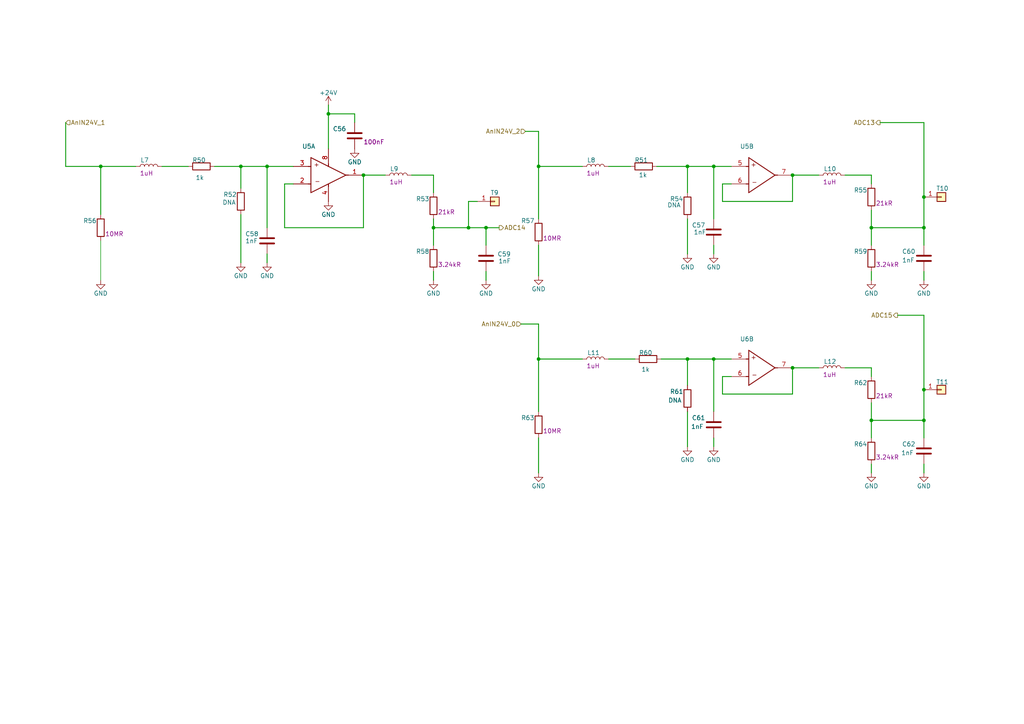
<source format=kicad_sch>
(kicad_sch (version 20231120) (generator "eeschema") (generator_version "8.0")
  (paper "A4")
  (title_block (title "Filters for 24V analog signal") (rev "1"))
  (lib_symbols
    (symbol "Connector_Generic:Conn_01x01" (pin_names (offset 1.016) hide)
      (property "Reference" "J" (at 0 2.54 0))
      (property "Value" "Conn_01x01" (at 0 -2.54 0))
      (symbol "Conn_01x01_1_1"
        (pin passive line (at -5.08 0 0) (length 3.81) (name "Pin_1") (number "1"))
      )
    )
    (symbol "Device:C" (pin_numbers hide) (pin_names (offset 0.254))
      (property "Reference" "C" (at 0.635 2.54 0))
      (property "Value" "C" (at 0.635 -2.54 0))
      (symbol "C_1_1"
        (pin passive line (at 0 3.81 270) (length 2.794) (name "~") (number "1"))
        (pin passive line (at 0 -3.81 90) (length 2.794) (name "~") (number "2"))
      )
    )
    (symbol "Device:L" (pin_numbers hide) (pin_names (offset 1.016) hide)
      (property "Reference" "L" (at -1.27 0 90))
      (property "Value" "L" (at 1.905 0 90))
      (symbol "L_1_1"
        (pin passive line (at 0 3.81 270) (length 1.27) (name "1") (number "1"))
        (pin passive line (at 0 -3.81 90) (length 1.27) (name "2") (number "2"))
      )
    )
    (symbol "Device:R" (pin_numbers hide) (pin_names (offset 0))
      (property "Reference" "R" (at 2.032 0 90))
      (property "Value" "R" (at 0 0 90))
      (symbol "R_1_1"
        (pin passive line (at 0 3.81 270) (length 1.27) (name "~") (number "1"))
        (pin passive line (at 0 -3.81 90) (length 1.27) (name "~") (number "2"))
      )
    )
    (symbol "Untitled-altium-import:root_0_d5b36c1049528187b1d2197d5d58d7e"
      (symbol "root_0_d5b36c1049528187b1d2197d5d58d7e_1_0"
        (text "" (at 5.588 0.762 0) (effects (font (size 1.27 1.27)) (justify left top)))
        (text "+" (at 5.842 1.27 0) (effects (font (size 1.27 1.27)) (justify left top)))
        (text "-" (at 6.096 -3.556 0) (effects (font (size 1.27 1.27)) (justify left top)))
        (pin passive line (at 20.32 -2.54 180) (length 5.08) (name "OUT1") (number "1"))
        (pin tri_state line (at 0 -5.08 0) (length 5.08) (name "IN1-") (number "2"))
        (pin open_collector line (at 0 0 0) (length 5.08) (name "IN1+") (number "3"))
        (pin power_in line (at 10.16 -10.16 90) (length 5.08) (name "V-") (number "4"))
        (pin power_in line (at 10.16 5.08 270) (length 5.08) (name "V+") (number "8"))
      )
      (symbol "root_0_d5b36c1049528187b1d2197d5d58d7e_2_0"
        (text "" (at 5.588 0.762 0) (effects (font (size 1.27 1.27)) (justify left top)))
        (text "+" (at 5.588 1.27 0) (effects (font (size 1.27 1.27)) (justify left top)))
        (text "-" (at 5.842 -3.81 0) (effects (font (size 1.27 1.27)) (justify left top)))
        (pin tri_state line (at 0 0 0) (length 5.08) (name "IN2+") (number "5"))
        (pin tri_state line (at 0 -5.08 0) (length 5.08) (name "IN2-") (number "6"))
        (pin passive line (at 17.78 -2.54 180) (length 5.08) (name "OUT2") (number "7"))
      )
    )
    (symbol "power:+24V" (power) (pin_numbers hide) (pin_names (offset 0) hide)
      (property "Value" "+24V" (at 0 3.556 0))
      (symbol "+24V_1_1"
        (pin power_in line (at 0 0 90) (length 0) (name "~") (number "1"))
      )
    )
    (symbol "power:GND" (power) (pin_numbers hide) (pin_names (offset 0) hide)
      (property "Value" "GND" (at 0 -3.81 0))
      (symbol "GND_1_1"
        (pin power_in line (at 0 0 270) (length 0) (name "~") (number "1"))
      )
    )
  )
  (junction (at 207.01 48.26))
  (junction (at 267.97 121.92))
  (junction (at 267.97 113.03))
  (junction (at 229.87 50.8))
  (junction (at 207.01 104.14))
  (junction (at 252.73 121.92))
  (junction (at 105.41 50.8))
  (junction (at 199.39 48.26))
  (junction (at 229.87 106.68))
  (junction (at 69.85 48.26))
  (junction (at 199.39 104.14))
  (junction (at 95.25 33.02))
  (junction (at 135.89 66.04))
  (junction (at 140.97 66.04))
  (junction (at 156.21 48.26))
  (junction (at 125.73 66.04))
  (junction (at 77.47 48.26))
  (junction (at 156.21 104.14))
  (junction (at 29.21 48.26))
  (junction (at 267.97 57.15))
  (junction (at 252.73 66.04))
  (junction (at 267.97 66.04))
  (wire (pts (xy 77.47 48.26) (xy 85.09 48.26)) (stroke (width 0.254)))
  (wire (pts (xy 144.78 66.04) (xy 140.97 66.04)) (stroke (width 0.254)))
  (wire (pts (xy 140.97 81.28) (xy 140.97 78.74)) (stroke (width 0.254)))
  (wire (pts (xy 125.73 81.28) (xy 125.73 78.74)) (stroke (width 0.254)))
  (wire (pts (xy 229.87 106.68) (xy 229.87 114.3)) (stroke (width 0.254)))
  (wire (pts (xy 95.25 33.02) (xy 95.25 43.18)) (stroke (width 0.254)))
  (wire (pts (xy 199.39 111.76) (xy 199.39 104.14)) (stroke (width 0.254)))
  (wire (pts (xy 135.89 66.04) (xy 140.97 66.04)) (stroke (width 0.254)))
  (wire (pts (xy 138.43 58.42) (xy 135.89 58.42)) (stroke (width 0.254)))
  (wire (pts (xy 245.11 106.68) (xy 252.73 106.68)) (stroke (width 0.254)))
  (wire (pts (xy 267.97 57.15) (xy 267.97 66.04)) (stroke (width 0.254)))
  (wire (pts (xy 237.49 106.68) (xy 229.87 106.68)) (stroke (width 0.254)))
  (wire (pts (xy 267.97 121.92) (xy 267.97 127)) (stroke (width 0.254)))
  (wire (pts (xy 252.73 50.8) (xy 252.73 53.34)) (stroke (width 0.254)))
  (wire (pts (xy 207.01 127) (xy 207.01 129.54)) (stroke (width 0.254)))
  (wire (pts (xy 156.21 104.14) (xy 156.21 119.38)) (stroke (width 0.254)))
  (wire (pts (xy 252.73 116.84) (xy 252.73 121.92)) (stroke (width 0.254)))
  (wire (pts (xy 140.97 66.04) (xy 140.97 71.12)) (stroke (width 0.254)))
  (wire (pts (xy 207.01 119.38) (xy 207.01 104.14)) (stroke (width 0.254)))
  (wire (pts (xy 260.35 91.44) (xy 267.97 91.44)) (stroke (width 0.254)))
  (wire (pts (xy 85.09 53.34) (xy 82.55 53.34)) (stroke (width 0.254)))
  (wire (pts (xy 229.87 58.42) (xy 209.55 58.42)) (stroke (width 0.254)))
  (wire (pts (xy 19.05 48.26) (xy 19.05 35.56)) (stroke (width 0.254)))
  (wire (pts (xy 156.21 80.01) (xy 156.21 71.12)) (stroke (width 0.254)))
  (wire (pts (xy 199.39 48.26) (xy 190.5 48.26)) (stroke (width 0.254)))
  (wire (pts (xy 199.39 63.5) (xy 199.39 73.66)) (stroke (width 0.254)))
  (wire (pts (xy 182.88 48.26) (xy 176.53 48.26)) (stroke (width 0.254)))
  (wire (pts (xy 69.85 48.26) (xy 77.47 48.26)) (stroke (width 0.254)))
  (wire (pts (xy 29.21 69.85) (xy 29.21 81.28)))
  (wire (pts (xy 252.73 106.68) (xy 252.73 109.22)) (stroke (width 0.254)))
  (wire (pts (xy 77.47 73.66) (xy 77.47 76.2)) (stroke (width 0.254)))
  (wire (pts (xy 199.39 55.88) (xy 199.39 48.26)) (stroke (width 0.254)))
  (wire (pts (xy 151.13 93.98) (xy 156.21 93.98)) (stroke (width 0.254)))
  (wire (pts (xy 209.55 53.34) (xy 212.09 53.34)) (stroke (width 0.254)))
  (wire (pts (xy 229.87 114.3) (xy 209.55 114.3)) (stroke (width 0.254)))
  (wire (pts (xy 156.21 93.98) (xy 156.21 104.14)) (stroke (width 0.254)))
  (wire (pts (xy 199.39 119.38) (xy 199.39 129.54)) (stroke (width 0.254)))
  (wire (pts (xy 252.73 81.28) (xy 252.73 78.74)) (stroke (width 0.254)))
  (wire (pts (xy 125.73 66.04) (xy 125.73 71.12)) (stroke (width 0.254)))
  (wire (pts (xy 77.47 66.04) (xy 77.47 48.26)) (stroke (width 0.254)))
  (wire (pts (xy 267.97 81.28) (xy 267.97 78.74)) (stroke (width 0.254)))
  (wire (pts (xy 119.38 50.8) (xy 125.73 50.8)) (stroke (width 0.254)))
  (wire (pts (xy 207.01 71.12) (xy 207.01 73.66)) (stroke (width 0.254)))
  (wire (pts (xy 267.97 137.16) (xy 267.97 134.62)) (stroke (width 0.254)))
  (wire (pts (xy 267.97 113.03) (xy 267.97 121.92)) (stroke (width 0.254)))
  (wire (pts (xy 125.73 63.5) (xy 125.73 66.04)) (stroke (width 0.254)))
  (wire (pts (xy 252.73 137.16) (xy 252.73 134.62)) (stroke (width 0.254)))
  (wire (pts (xy 156.21 48.26) (xy 156.21 63.5)) (stroke (width 0.254)))
  (wire (pts (xy 245.11 50.8) (xy 252.73 50.8)) (stroke (width 0.254)))
  (wire (pts (xy 207.01 63.5) (xy 207.01 48.26)) (stroke (width 0.254)))
  (wire (pts (xy 255.27 35.56) (xy 267.97 35.56)) (stroke (width 0.254)))
  (wire (pts (xy 184.15 104.14) (xy 176.53 104.14)) (stroke (width 0.254)))
  (wire (pts (xy 252.73 121.92) (xy 267.97 121.92)) (stroke (width 0.254)))
  (wire (pts (xy 105.41 66.04) (xy 105.41 50.8)) (stroke (width 0.254)))
  (wire (pts (xy 199.39 104.14) (xy 207.01 104.14)) (stroke (width 0.254)))
  (wire (pts (xy 209.55 114.3) (xy 209.55 109.22)) (stroke (width 0.254)))
  (wire (pts (xy 29.21 48.26) (xy 29.21 62.23)) (stroke (width 0.254)))
  (wire (pts (xy 82.55 66.04) (xy 105.41 66.04)) (stroke (width 0.254)))
  (wire (pts (xy 39.37 48.26) (xy 29.21 48.26)) (stroke (width 0.254)))
  (wire (pts (xy 29.21 48.26) (xy 19.05 48.26)) (stroke (width 0.254)))
  (wire (pts (xy 69.85 62.23) (xy 69.85 76.2)) (stroke (width 0.254)))
  (wire (pts (xy 156.21 38.1) (xy 156.21 48.26)) (stroke (width 0.254)))
  (wire (pts (xy 168.91 48.26) (xy 156.21 48.26)) (stroke (width 0.254)))
  (wire (pts (xy 54.61 48.26) (xy 46.99 48.26)) (stroke (width 0.254)))
  (wire (pts (xy 207.01 48.26) (xy 212.09 48.26)) (stroke (width 0.254)))
  (wire (pts (xy 252.73 60.96) (xy 252.73 66.04)) (stroke (width 0.254)))
  (wire (pts (xy 237.49 50.8) (xy 229.87 50.8)) (stroke (width 0.254)))
  (wire (pts (xy 125.73 66.04) (xy 135.89 66.04)) (stroke (width 0.254)))
  (wire (pts (xy 69.85 54.61) (xy 69.85 48.26)) (stroke (width 0.254)))
  (wire (pts (xy 69.85 48.26) (xy 62.23 48.26)) (stroke (width 0.254)))
  (wire (pts (xy 229.87 50.8) (xy 229.87 58.42)) (stroke (width 0.254)))
  (wire (pts (xy 209.55 109.22) (xy 212.09 109.22)) (stroke (width 0.254)))
  (wire (pts (xy 209.55 58.42) (xy 209.55 53.34)) (stroke (width 0.254)))
  (wire (pts (xy 135.89 58.42) (xy 135.89 66.04)) (stroke (width 0.254)))
  (wire (pts (xy 252.73 66.04) (xy 267.97 66.04)) (stroke (width 0.254)))
  (wire (pts (xy 199.39 104.14) (xy 191.77 104.14)) (stroke (width 0.254)))
  (wire (pts (xy 267.97 66.04) (xy 267.97 71.12)) (stroke (width 0.254)))
  (wire (pts (xy 168.91 104.14) (xy 156.21 104.14)) (stroke (width 0.254)))
  (wire (pts (xy 102.87 33.02) (xy 95.25 33.02)) (stroke (width 0.254)))
  (wire (pts (xy 111.76 50.8) (xy 105.41 50.8)) (stroke (width 0.254)))
  (wire (pts (xy 199.39 48.26) (xy 207.01 48.26)) (stroke (width 0.254)))
  (wire (pts (xy 207.01 104.14) (xy 212.09 104.14)) (stroke (width 0.254)))
  (wire (pts (xy 102.87 35.56) (xy 102.87 33.02)) (stroke (width 0.254)))
  (wire (pts (xy 156.21 137.16) (xy 156.21 127)) (stroke (width 0.254)))
  (wire (pts (xy 252.73 121.92) (xy 252.73 127)) (stroke (width 0.254)))
  (wire (pts (xy 82.55 53.34) (xy 82.55 66.04)) (stroke (width 0.254)))
  (wire (pts (xy 267.97 91.44) (xy 267.97 113.03)) (stroke (width 0.254)))
  (wire (pts (xy 252.73 66.04) (xy 252.73 71.12)) (stroke (width 0.254)))
  (wire (pts (xy 152.4 38.1) (xy 156.21 38.1)) (stroke (width 0.254)))
  (wire (pts (xy 267.97 35.56) (xy 267.97 57.15)) (stroke (width 0.254)))
  (wire (pts (xy 125.73 50.8) (xy 125.73 55.88)) (stroke (width 0.254)))
  (wire (pts (xy 95.25 30.48) (xy 95.25 33.02)) (stroke (width 0.254)))
  (hierarchical_label "ADC14" (shape output) (at 144.78 66.04 0))
  (hierarchical_label "AnIN24V_0" (shape input) (at 151.13 93.98 180))
  (hierarchical_label "AnIN24V_2" (shape input) (at 152.4 38.1 180))
  (hierarchical_label "AnIN24V_1" (shape input) (at 19.05 35.56 0))
  (hierarchical_label "ADC13" (shape output) (at 255.27 35.56 180))
  (hierarchical_label "ADC15" (shape output) (at 260.35 91.44 180))
  (symbol (lib_id "power:GND") (at 207.01 129.54 0) (unit 1)
    (property "Reference" "#PWR?" (effects (hide yes)))
    (property "Value" "GND" (at 207.01 133.35 0))
    (property "Description" "Power symbol creates a global label with name \"GND\" , ground" (effects (hide yes)))
  )
  (symbol (lib_id "power:GND") (at 102.87 43.18 0) (unit 1)
    (property "Reference" "#PWR?" (effects (hide yes)))
    (property "Value" "GND" (at 102.87 46.99 0))
    (property "Description" "Power symbol creates a global label with name \"GND\" , ground" (effects (hide yes)))
  )
  (symbol (lib_id "Untitled-altium-import:root_0_d5b36c1049528187b1d2197d5d58d7e") (at 212.09 48.26 0) (unit 2)
    (property "Reference" "U5" (at 214.63 43.18 0) (effects (justify left bottom)))
    (property "Value" "LM358BAIDR" (effects (hide yes)))
    (property "Footprint" "Vault:FP-D0008A-IPC_A" (effects (hide yes)))
  )
  (symbol (lib_id "Device:R") (at 156.21 67.31 0) (unit 1)
    (property "Reference" "R57" (at 151.13 64.77 0) (effects (justify left bottom)))
    (property "Value" "CRCW080510M0FKEA" (effects (hide yes)))
    (property "Footprint" "Resistor_SMD:R_0805_2012Metric_Pad1.20x1.40mm_HandSolder" (effects (hide yes)))
    (property "CONTACT PLATING" "Tin" (effects (hide yes)))
    (property "POWER RATING" "125mW" (effects (hide yes)))
    (property "COMPOSITION" "Thick Film" (effects (hide yes)))
    (property "VOLTAGE RATING (DC)" "150V" (effects (hide yes)))
    (property "TOLERANCE" "5%" (effects (hide yes)))
    (property "LENGTH" "2mm" (effects (hide yes)))
    (property "WEIGHT" "0.000194oz" (effects (hide yes)))
    (property "CASE CODE (METRIC)" "2012" (effects (hide yes)))
    (property "VOLTAGE RATING" "150V" (effects (hide yes)))
    (property "PACKAGE QUANTITY" "10" (effects (hide yes)))
    (property "HEIGHT" "0.02inch" (effects (hide yes)))
    (property "CASE CODE (IMPERIAL)" "0805" (effects (hide yes)))
    (property "RESISTANCE" "10MR" (at 157.48 69.85 0) (effects (justify left bottom)))
    (property "LEAD FREE" "Lead Free" (effects (hide yes)))
    (property "DEPTH" "1.25mm" (effects (hide yes)))
    (property "MIN OPERATING TEMPERATURE" "-55°C" (effects (hide yes)))
    (property "MAX POWER DISSIPATION" "125mW" (effects (hide yes)))
    (property "TEMPERATURE COEFFICIENT" "100ppm/°C" (effects (hide yes)))
    (property "MOUNT" "Surface Mount" (effects (hide yes)))
    (property "FEATURES" "Automotive AEC-Q200" (effects (hide yes)))
    (property "TERMINATION" "SMD/SMT" (effects (hide yes)))
    (property "MAX OPERATING TEMPERATURE" "155°C" (effects (hide yes)))
    (property "RADIATION HARDENING" "No" (effects (hide yes)))
    (property "CASE/PACKAGE" "0805" (effects (hide yes)))
    (property "WIDTH" "0.049inch" (effects (hide yes)))
    (property "MILITARY STANDARD" "Not" (effects (hide yes)))
    (property "NUMBER OF TERMINATIONS" "2" (effects (hide yes)))
    (property "PACKAGING" "Tape and Reel" (effects (hide yes)))
  )
  (symbol (lib_id "Device:R") (at 125.73 74.93 0) (unit 1)
    (property "Reference" "R58" (at 120.65 73.66 0) (effects (justify left bottom)))
    (property "Value" "ERJ-6ENF3241V" (effects (hide yes)))
    (property "Footprint" "Resistor_SMD:R_0805_2012Metric_Pad1.20x1.40mm_HandSolder" (effects (hide yes)))
    (property "MANUFACTURER" "Panasonic" (effects (hide yes)))
    (property "PART NUMBER" "ERJ-6ENF3241V" (effects (hide yes)))
    (property "ALTIUM_VALUE" "3.24kR" (at 127 77.47 0) (effects (justify left bottom)))
  )
  (symbol (lib_id "power:GND") (at 125.73 81.28 0) (unit 1)
    (property "Reference" "#PWR?" (effects (hide yes)))
    (property "Value" "GND" (at 125.73 85.09 0))
    (property "Description" "Power symbol creates a global label with name \"GND\" , ground" (effects (hide yes)))
  )
  (symbol (lib_id "Device:R") (at 252.73 113.03 0) (unit 1)
    (property "Reference" "R62" (at 247.65 111.76 0) (effects (justify left bottom)))
    (property "Value" "ERJ-6ENF2102V" (effects (hide yes)))
    (property "Footprint" "Resistor_SMD:R_0805_2012Metric_Pad1.20x1.40mm_HandSolder" (effects (hide yes)))
    (property "PART NUMBER" "ERJ-6ENF2102V" (effects (hide yes)))
    (property "MANUFACTURER" "Panasonic" (effects (hide yes)))
    (property "ALTIUM_VALUE" "21kR" (at 254 115.57 0) (effects (justify left bottom)))
  )
  (symbol (lib_id "power:GND") (at 95.25 58.42 0) (unit 1)
    (property "Reference" "#PWR?" (effects (hide yes)))
    (property "Value" "GND" (at 95.25 62.23 0))
    (property "Description" "Power symbol creates a global label with name \"GND\" , ground" (effects (hide yes)))
  )
  (symbol (lib_id "power:GND") (at 252.73 137.16 0) (unit 1)
    (property "Reference" "#PWR?" (effects (hide yes)))
    (property "Value" "GND" (at 252.73 140.97 0))
    (property "Description" "Power symbol creates a global label with name \"GND\" , ground" (effects (hide yes)))
  )
  (symbol (lib_id "Device:R") (at 125.73 59.69 0) (unit 1)
    (property "Reference" "R53" (at 120.65 58.42 0) (effects (justify left bottom)))
    (property "Value" "ERJ-6ENF2102V" (effects (hide yes)))
    (property "Footprint" "Resistor_SMD:R_0805_2012Metric_Pad1.20x1.40mm_HandSolder" (effects (hide yes)))
    (property "PART NUMBER" "ERJ-6ENF2102V" (effects (hide yes)))
    (property "MANUFACTURER" "Panasonic" (effects (hide yes)))
    (property "ALTIUM_VALUE" "21kR" (at 127 62.23 0) (effects (justify left bottom)))
  )
  (symbol (lib_id "power:GND") (at 156.21 80.01 0) (unit 1)
    (property "Reference" "#PWR?" (effects (hide yes)))
    (property "Value" "GND" (at 156.21 83.82 0))
    (property "Description" "Power symbol creates a global label with name \"GND\" , ground" (effects (hide yes)))
  )
  (symbol (lib_id "Connector_Generic:Conn_01x01") (at 273.05 57.15 0) (unit 1) (in_bom no)
    (property "Reference" "T10" (at 271.526 55.372 0) (effects (justify left bottom)))
    (property "Value" "Conn_01x01" (effects (hide yes)))
    (property "Footprint" "TestPoint:TestPoint_THTPad_D1.5mm_Drill0.7mm" (effects (hide yes)))
    (property "Description" "Generic connector, single row, 01x01, script generated (kicad-library-utils/schlib/autogen/connector/)" (effects (hide yes)))
  )
  (symbol (lib_id "Device:R") (at 199.39 59.69 0) (unit 1)
    (property "Reference" "R54" (at 194.31 58.42 0) (effects (justify left bottom)))
    (property "Value" "DNA" (at 193.548 60.198 0) (effects (justify left bottom)))
    (property "Footprint" "Resistor_SMD:R_0805_2012Metric_Pad1.20x1.40mm_HandSolder" (effects (hide yes)))
    (property "Description" "CRCW0805680RFKEA" (effects (hide yes)))
    (property "MANUFACTURER" "Vishay Dale" (effects (hide yes)))
    (property "PART NUMBER" "CRCW0805680RFKEA" (effects (hide yes)))
    (property "ALTIUM_VALUE" "680R" (effects (hide yes)))
  )
  (symbol (lib_id "Device:L") (at 241.3 106.68 90) (unit 1)
    (property "Reference" "L12" (at 242.57 104.14 90) (effects (justify left bottom)))
    (property "Value" "LQM21PN1R0NGCD" (effects (hide yes)))
    (property "Footprint" "Vault:FP-LQM21PH_G0-IPC_C" (effects (hide yes)))
    (property "INDUCTANCE" "1uH" (at 242.57 107.95 90) (effects (justify left bottom)))
    (property "CASE/PACKAGE" "0805" (effects (hide yes)))
    (property "MILITARY STANDARD" "Not" (effects (hide yes)))
    (property "WIDTH" "0.049inch" (effects (hide yes)))
    (property "TERMINATION" "SMD/SMT" (effects (hide yes)))
    (property "ROHS COMPLIANT" "Yes" (effects (hide yes)))
    (property "TOLERANCE" "30%" (effects (hide yes)))
    (property "MAX OPERATING TEMPERATURE" "125°C" (effects (hide yes)))
    (property "TEST FREQUENCY" "1MHz" (effects (hide yes)))
    (property "HEIGHT - SEATED (MAX)" "0.039inch" (effects (hide yes)))
    (property "SERIES" "LQM21P_GC" (effects (hide yes)))
    (property "PACKAGING" "Tape and Reel" (effects (hide yes)))
    (property "CASE CODE (METRIC)" "2012" (effects (hide yes)))
    (property "LEAD FREE" "Lead Free" (effects (hide yes)))
    (property "LENGTH" "0.079inch" (effects (hide yes)))
    (property "CASE CODE (IMPERIAL)" "0805" (effects (hide yes)))
    (property "PACKAGE QUANTITY" "4000" (effects (hide yes)))
    (property "DC CURRENT" "900mA" (effects (hide yes)))
    (property "DEPTH" "1.4mm" (effects (hide yes)))
    (property "MAX DC CURRENT" "900mA" (effects (hide yes)))
    (property "CORE MATERIAL" "Ferrite" (effects (hide yes)))
    (property "SHIELDING" "Shielded" (effects (hide yes)))
    (property "MIN OPERATING TEMPERATURE" "-55°C" (effects (hide yes)))
    (property "DC RESISTANCE (DCR)" "125mR" (effects (hide yes)))
    (property "SELF RESONANT FREQUENCY" "50MHz" (effects (hide yes)))
    (property "HEIGHT" "0.9mm" (effects (hide yes)))
    (property "MOUNT" "Surface Mount" (effects (hide yes)))
    (property "CURRENT RATING" "900mA" (effects (hide yes)))
  )
  (symbol (lib_id "Device:L") (at 241.3 50.8 90) (unit 1)
    (property "Reference" "L10" (at 242.57 48.26 90) (effects (justify left bottom)))
    (property "Value" "LQM21PN1R0NGCD" (effects (hide yes)))
    (property "Footprint" "Vault:FP-LQM21PH_G0-IPC_C" (effects (hide yes)))
    (property "INDUCTANCE" "1uH" (at 242.57 52.07 90) (effects (justify left bottom)))
    (property "CASE/PACKAGE" "0805" (effects (hide yes)))
    (property "MILITARY STANDARD" "Not" (effects (hide yes)))
    (property "WIDTH" "0.049inch" (effects (hide yes)))
    (property "TERMINATION" "SMD/SMT" (effects (hide yes)))
    (property "ROHS COMPLIANT" "Yes" (effects (hide yes)))
    (property "TOLERANCE" "30%" (effects (hide yes)))
    (property "MAX OPERATING TEMPERATURE" "125°C" (effects (hide yes)))
    (property "TEST FREQUENCY" "1MHz" (effects (hide yes)))
    (property "HEIGHT - SEATED (MAX)" "0.039inch" (effects (hide yes)))
    (property "SERIES" "LQM21P_GC" (effects (hide yes)))
    (property "PACKAGING" "Tape and Reel" (effects (hide yes)))
    (property "CASE CODE (METRIC)" "2012" (effects (hide yes)))
    (property "LEAD FREE" "Lead Free" (effects (hide yes)))
    (property "LENGTH" "0.079inch" (effects (hide yes)))
    (property "CASE CODE (IMPERIAL)" "0805" (effects (hide yes)))
    (property "PACKAGE QUANTITY" "4000" (effects (hide yes)))
    (property "DC CURRENT" "900mA" (effects (hide yes)))
    (property "DEPTH" "1.4mm" (effects (hide yes)))
    (property "MAX DC CURRENT" "900mA" (effects (hide yes)))
    (property "CORE MATERIAL" "Ferrite" (effects (hide yes)))
    (property "SHIELDING" "Shielded" (effects (hide yes)))
    (property "MIN OPERATING TEMPERATURE" "-55°C" (effects (hide yes)))
    (property "DC RESISTANCE (DCR)" "125mR" (effects (hide yes)))
    (property "SELF RESONANT FREQUENCY" "50MHz" (effects (hide yes)))
    (property "HEIGHT" "0.9mm" (effects (hide yes)))
    (property "MOUNT" "Surface Mount" (effects (hide yes)))
    (property "CURRENT RATING" "900mA" (effects (hide yes)))
  )
  (symbol (lib_id "Device:C") (at 102.87 39.37 0) (unit 1)
    (property "Reference" "C56" (at 96.52 38.1 0) (effects (justify left bottom)))
    (property "Value" "08055C104KAT4A" (effects (hide yes)))
    (property "Footprint" "Capacitor_SMD:C_0805_2012Metric_Pad1.18x1.45mm_HandSolder" (effects (hide yes)))
    (property "HEIGHT" "0.94mm" (effects (hide yes)))
    (property "ALTIUM_VALUE" "100nF" (at 105.41 41.91 0) (effects (justify left bottom)))
    (property "CAPACITOR TYPE" "Ceramic" (effects (hide yes)))
    (property "CASE/PACKAGE" "0805" (effects (hide yes)))
    (property "DIELECTRIC MATERIAL" "Ceramic" (effects (hide yes)))
    (property "JESD-609 CODE" "e3" (effects (hide yes)))
    (property "LENGTH" "2.01mm" (effects (hide yes)))
    (property "MAX OPERATING TEMPERATURE" "125°C" (effects (hide yes)))
    (property "MIN OPERATING TEMPERATURE" "-55°C" (effects (hide yes)))
    (property "MOUNTING TECHNOLOGY" "Surface Mount" (effects (hide yes)))
    (property "MULTILAYER" "Yes" (effects (hide yes)))
    (property "PACKAGE SHAPE" "Rectangular" (effects (hide yes)))
    (property "PACKAGE STYLE" "SMTMeter" (effects (hide yes)))
    (property "PACKAGING" "Tape and Reel" (effects (hide yes)))
    (property "PINS" "2" (effects (hide yes)))
    (property "RATED DC VOLTAGE (URDC)" "50V" (effects (hide yes)))
    (property "REACH SVHC COMPLIANT" "Yes" (effects (hide yes)))
    (property "ROHS COMPLIANT" "Yes" (effects (hide yes)))
    (property "TEMPERATURE CHARACTERISTICS CODE" "X7R" (effects (hide yes)))
    (property "TERMINAL FINISH" "Nickel" (effects (hide yes)))
    (property "TERMINATION" "Wraparound" (effects (hide yes)))
    (property "TOLERANCE  (FILL IN AS +-)" "10%" (effects (hide yes)))
    (property "TOLERANCE (FILL IN AS +-)" "10%" (effects (hide yes)))
    (property "WIDTH" "1.25mm" (effects (hide yes)))
  )
  (symbol (lib_id "Untitled-altium-import:root_0_d5b36c1049528187b1d2197d5d58d7e") (at 85.09 48.26 0) (unit 1)
    (property "Reference" "U5" (at 87.63 43.18 0) (effects (justify left bottom)))
    (property "Value" "LM358BAIDR" (effects (hide yes)))
    (property "Footprint" "Vault:FP-D0008A-IPC_A" (effects (hide yes)))
  )
  (symbol (lib_id "power:GND") (at 267.97 137.16 0) (unit 1)
    (property "Reference" "#PWR?" (effects (hide yes)))
    (property "Value" "GND" (at 267.97 140.97 0))
    (property "Description" "Power symbol creates a global label with name \"GND\" , ground" (effects (hide yes)))
  )
  (symbol (lib_id "Device:R") (at 252.73 74.93 0) (unit 1)
    (property "Reference" "R59" (at 247.65 73.66 0) (effects (justify left bottom)))
    (property "Value" "ERJ-6ENF3241V" (effects (hide yes)))
    (property "Footprint" "Resistor_SMD:R_0805_2012Metric_Pad1.20x1.40mm_HandSolder" (effects (hide yes)))
    (property "MANUFACTURER" "Panasonic" (effects (hide yes)))
    (property "PART NUMBER" "ERJ-6ENF3241V" (effects (hide yes)))
    (property "ALTIUM_VALUE" "3.24kR" (at 254 77.47 0) (effects (justify left bottom)))
  )
  (symbol (lib_id "Device:L") (at 43.18 48.26 90) (unit 1)
    (property "Reference" "L7" (at 43.18 45.72 90) (effects (justify left bottom)))
    (property "Value" "LQM21PN1R0NGCD" (effects (hide yes)))
    (property "Footprint" "Vault:FP-LQM21PH_G0-IPC_C" (effects (hide yes)))
    (property "INDUCTANCE" "1uH" (at 44.45 49.53 90) (effects (justify left bottom)))
    (property "CASE/PACKAGE" "0805" (effects (hide yes)))
    (property "MILITARY STANDARD" "Not" (effects (hide yes)))
    (property "WIDTH" "0.049inch" (effects (hide yes)))
    (property "TERMINATION" "SMD/SMT" (effects (hide yes)))
    (property "ROHS COMPLIANT" "Yes" (effects (hide yes)))
    (property "TOLERANCE" "30%" (effects (hide yes)))
    (property "MAX OPERATING TEMPERATURE" "125°C" (effects (hide yes)))
    (property "TEST FREQUENCY" "1MHz" (effects (hide yes)))
    (property "HEIGHT - SEATED (MAX)" "0.039inch" (effects (hide yes)))
    (property "SERIES" "LQM21P_GC" (effects (hide yes)))
    (property "PACKAGING" "Tape and Reel" (effects (hide yes)))
    (property "CASE CODE (METRIC)" "2012" (effects (hide yes)))
    (property "LEAD FREE" "Lead Free" (effects (hide yes)))
    (property "LENGTH" "0.079inch" (effects (hide yes)))
    (property "CASE CODE (IMPERIAL)" "0805" (effects (hide yes)))
    (property "PACKAGE QUANTITY" "4000" (effects (hide yes)))
    (property "DC CURRENT" "900mA" (effects (hide yes)))
    (property "DEPTH" "1.4mm" (effects (hide yes)))
    (property "MAX DC CURRENT" "900mA" (effects (hide yes)))
    (property "CORE MATERIAL" "Ferrite" (effects (hide yes)))
    (property "SHIELDING" "Shielded" (effects (hide yes)))
    (property "MIN OPERATING TEMPERATURE" "-55°C" (effects (hide yes)))
    (property "DC RESISTANCE (DCR)" "125mR" (effects (hide yes)))
    (property "SELF RESONANT FREQUENCY" "50MHz" (effects (hide yes)))
    (property "HEIGHT" "0.9mm" (effects (hide yes)))
    (property "MOUNT" "Surface Mount" (effects (hide yes)))
    (property "CURRENT RATING" "900mA" (effects (hide yes)))
  )
  (symbol (lib_id "power:GND") (at 252.73 81.28 0) (unit 1)
    (property "Reference" "#PWR?" (effects (hide yes)))
    (property "Value" "GND" (at 252.73 85.09 0))
    (property "Description" "Power symbol creates a global label with name \"GND\" , ground" (effects (hide yes)))
  )
  (symbol (lib_id "Device:R") (at 69.85 58.42 0) (unit 1)
    (property "Reference" "R52" (at 64.77 57.15 0) (effects (justify left bottom)))
    (property "Value" "DNA" (at 64.516 59.436 0) (effects (justify left bottom)))
    (property "Footprint" "Resistor_SMD:R_0805_2012Metric_Pad1.20x1.40mm_HandSolder" (effects (hide yes)))
    (property "Description" "CRCW0805680RFKEA" (effects (hide yes)))
    (property "MANUFACTURER" "Vishay Dale" (effects (hide yes)))
    (property "PART NUMBER" "CRCW0805680RFKEA" (effects (hide yes)))
    (property "ALTIUM_VALUE" "680R" (effects (hide yes)))
  )
  (symbol (lib_id "Device:R") (at 58.42 48.26 90) (unit 1)
    (property "Reference" "R50" (at 59.69 45.72 90) (effects (justify left bottom)))
    (property "Value" "1k" (at 59.182 50.8 90) (effects (justify left bottom)))
    (property "Footprint" "Resistor_SMD:R_0805_2012Metric_Pad1.20x1.40mm_HandSolder" (effects (hide yes)))
    (property "Description" "CRCW08050000ZSTA" (effects (hide yes)))
    (property "MIN OPERATING TEMPERATURE" "-55°C" (effects (hide yes)))
    (property "CASE/PACKAGE" "0805" (effects (hide yes)))
    (property "MAX OPERATING TEMPERATURE" "155°C" (effects (hide yes)))
    (property "PACKAGING" "Tape and Reel" (effects (hide yes)))
    (property "TERMINATION" "Wraparound" (effects (hide yes)))
    (property "CONSTRUCTION" "Chip" (effects (hide yes)))
    (property "JESD-609 CODE" "e0" (effects (hide yes)))
    (property "MOUNTING TECHNOLOGY" "Surface Mount" (effects (hide yes)))
    (property "PACKAGE HEIGHT" "0.45mm" (effects (hide yes)))
    (property "PACKAGE LENGTH" "2mm" (effects (hide yes)))
    (property "PACKAGE SHAPE" "Rectangular" (effects (hide yes)))
    (property "PACKAGE STYLE" "SMTMeter" (effects (hide yes)))
    (property "PACKAGE WIDTH" "1.25mm" (effects (hide yes)))
    (property "PINS" "2" (effects (hide yes)))
    (property "POWER" "125mW" (effects (hide yes)))
    (property "RATED TEMPERATURE" "70°C" (effects (hide yes)))
    (property "REACH SVHC COMPLIANT" "No" (effects (hide yes)))
    (property "REFERENCE STANDARD" "AEC-Q200" (effects (hide yes)))
    (property "RESISTOR TYPE" "FIXED RESISTOR" (effects (hide yes)))
    (property "ROHS COMPLIANT" "No" (effects (hide yes)))
    (property "TECHNOLOGY" "METAL GLAZE/THICK FILM" (effects (hide yes)))
    (property "TERMINAL FINISH" "Nickel" (effects (hide yes)))
    (property "ALTIUM_VALUE" "0R" (effects (hide yes)))
  )
  (symbol (lib_id "Device:L") (at 115.57 50.8 90) (unit 1)
    (property "Reference" "L9" (at 115.57 48.26 90) (effects (justify left bottom)))
    (property "Value" "LQM21PN1R0NGCD" (effects (hide yes)))
    (property "Footprint" "Vault:FP-LQM21PH_G0-IPC_C" (effects (hide yes)))
    (property "INDUCTANCE" "1uH" (at 116.84 52.07 90) (effects (justify left bottom)))
    (property "CASE/PACKAGE" "0805" (effects (hide yes)))
    (property "MILITARY STANDARD" "Not" (effects (hide yes)))
    (property "WIDTH" "0.049inch" (effects (hide yes)))
    (property "TERMINATION" "SMD/SMT" (effects (hide yes)))
    (property "ROHS COMPLIANT" "Yes" (effects (hide yes)))
    (property "TOLERANCE" "30%" (effects (hide yes)))
    (property "MAX OPERATING TEMPERATURE" "125°C" (effects (hide yes)))
    (property "TEST FREQUENCY" "1MHz" (effects (hide yes)))
    (property "HEIGHT - SEATED (MAX)" "0.039inch" (effects (hide yes)))
    (property "SERIES" "LQM21P_GC" (effects (hide yes)))
    (property "PACKAGING" "Tape and Reel" (effects (hide yes)))
    (property "CASE CODE (METRIC)" "2012" (effects (hide yes)))
    (property "LEAD FREE" "Lead Free" (effects (hide yes)))
    (property "LENGTH" "0.079inch" (effects (hide yes)))
    (property "CASE CODE (IMPERIAL)" "0805" (effects (hide yes)))
    (property "PACKAGE QUANTITY" "4000" (effects (hide yes)))
    (property "DC CURRENT" "900mA" (effects (hide yes)))
    (property "DEPTH" "1.4mm" (effects (hide yes)))
    (property "MAX DC CURRENT" "900mA" (effects (hide yes)))
    (property "CORE MATERIAL" "Ferrite" (effects (hide yes)))
    (property "SHIELDING" "Shielded" (effects (hide yes)))
    (property "MIN OPERATING TEMPERATURE" "-55°C" (effects (hide yes)))
    (property "DC RESISTANCE (DCR)" "125mR" (effects (hide yes)))
    (property "SELF RESONANT FREQUENCY" "50MHz" (effects (hide yes)))
    (property "HEIGHT" "0.9mm" (effects (hide yes)))
    (property "MOUNT" "Surface Mount" (effects (hide yes)))
    (property "CURRENT RATING" "900mA" (effects (hide yes)))
  )
  (symbol (lib_id "power:GND") (at 199.39 129.54 0) (unit 1)
    (property "Reference" "#PWR?" (effects (hide yes)))
    (property "Value" "GND" (at 199.39 133.35 0))
    (property "Description" "Power symbol creates a global label with name \"GND\" , ground" (effects (hide yes)))
  )
  (symbol (lib_id "Untitled-altium-import:root_0_d5b36c1049528187b1d2197d5d58d7e") (at 212.09 104.14 0) (unit 2)
    (property "Reference" "U6" (at 214.63 99.06 0) (effects (justify left bottom)))
    (property "Value" "LM358BAIDR" (effects (hide yes)))
    (property "Footprint" "Vault:FP-D0008A-IPC_A" (effects (hide yes)))
  )
  (symbol (lib_id "power:GND") (at 69.85 76.2 0) (unit 1)
    (property "Reference" "#PWR?" (effects (hide yes)))
    (property "Value" "GND" (at 69.85 80.01 0))
    (property "Description" "Power symbol creates a global label with name \"GND\" , ground" (effects (hide yes)))
  )
  (symbol (lib_id "Device:R") (at 186.69 48.26 90) (unit 1)
    (property "Reference" "R51" (at 187.96 45.72 90) (effects (justify left bottom)))
    (property "Value" "1k" (at 187.706 50.038 90) (effects (justify left bottom)))
    (property "Footprint" "Resistor_SMD:R_0805_2012Metric_Pad1.20x1.40mm_HandSolder" (effects (hide yes)))
    (property "Description" "CRCW08050000ZSTA" (effects (hide yes)))
    (property "MIN OPERATING TEMPERATURE" "-55°C" (effects (hide yes)))
    (property "CASE/PACKAGE" "0805" (effects (hide yes)))
    (property "MAX OPERATING TEMPERATURE" "155°C" (effects (hide yes)))
    (property "PACKAGING" "Tape and Reel" (effects (hide yes)))
    (property "TERMINATION" "Wraparound" (effects (hide yes)))
    (property "CONSTRUCTION" "Chip" (effects (hide yes)))
    (property "JESD-609 CODE" "e0" (effects (hide yes)))
    (property "MOUNTING TECHNOLOGY" "Surface Mount" (effects (hide yes)))
    (property "PACKAGE HEIGHT" "0.45mm" (effects (hide yes)))
    (property "PACKAGE LENGTH" "2mm" (effects (hide yes)))
    (property "PACKAGE SHAPE" "Rectangular" (effects (hide yes)))
    (property "PACKAGE STYLE" "SMTMeter" (effects (hide yes)))
    (property "PACKAGE WIDTH" "1.25mm" (effects (hide yes)))
    (property "PINS" "2" (effects (hide yes)))
    (property "POWER" "125mW" (effects (hide yes)))
    (property "RATED TEMPERATURE" "70°C" (effects (hide yes)))
    (property "REACH SVHC COMPLIANT" "No" (effects (hide yes)))
    (property "REFERENCE STANDARD" "AEC-Q200" (effects (hide yes)))
    (property "RESISTOR TYPE" "FIXED RESISTOR" (effects (hide yes)))
    (property "ROHS COMPLIANT" "No" (effects (hide yes)))
    (property "TECHNOLOGY" "METAL GLAZE/THICK FILM" (effects (hide yes)))
    (property "TERMINAL FINISH" "Nickel" (effects (hide yes)))
    (property "ALTIUM_VALUE" "0R" (effects (hide yes)))
  )
  (symbol (lib_id "Device:C") (at 207.01 123.19 0) (unit 1)
    (property "Reference" "C61" (at 200.66 121.92 0) (effects (justify left bottom)))
    (property "Value" "1nF" (at 200.406 124.46 0) (effects (justify left bottom)))
    (property "Footprint" "Capacitor_SMD:C_0805_2012Metric_Pad1.18x1.45mm_HandSolder" (effects (hide yes)))
    (property "Description" "C0805C103KARACAUTO" (effects (hide yes)))
    (property "HEIGHT" "0.78mm" (effects (hide yes)))
    (property "MIN OPERATING TEMPERATURE" "-55°C" (effects (hide yes)))
    (property "LENGTH" "2mm" (effects (hide yes)))
    (property "MAX OPERATING TEMPERATURE" "125°C" (effects (hide yes)))
    (property "CASE/PACKAGE" "0805" (effects (hide yes)))
    (property "WIDTH" "1.25mm" (effects (hide yes)))
    (property "PACKAGING" "Tape and Reel" (effects (hide yes)))
    (property "CAPACITOR TYPE" "Ceramic" (effects (hide yes)))
    (property "DIELECTRIC MATERIAL" "Ceramic" (effects (hide yes)))
    (property "JESD-609 CODE" "e3" (effects (hide yes)))
    (property "MOUNTING TECHNOLOGY" "Surface Mount" (effects (hide yes)))
    (property "MULTILAYER" "Yes" (effects (hide yes)))
    (property "PACKAGE SHAPE" "Rectangular" (effects (hide yes)))
    (property "PACKAGE STYLE" "SMTMeter" (effects (hide yes)))
    (property "PINS" "2" (effects (hide yes)))
    (property "RATED DC VOLTAGE (URDC)" "250V" (effects (hide yes)))
    (property "REACH SVHC COMPLIANT" "Yes" (effects (hide yes)))
    (property "REFERENCE STANDARD" "AEC-Q200" (effects (hide yes)))
    (property "ROHS COMPLIANT" "Yes" (effects (hide yes)))
    (property "TEMPERATURE CHARACTERISTICS CODE" "X7R" (effects (hide yes)))
    (property "TERMINAL FINISH" "Nickel" (effects (hide yes)))
    (property "TERMINATION" "Wraparound" (effects (hide yes)))
    (property "TOLERANCE  (FILL IN AS +-)" "10%" (effects (hide yes)))
    (property "TOLERANCE (FILL IN AS +-)" "10%" (effects (hide yes)))
    (property "ALTIUM_VALUE" "10nF" (effects (hide yes)))
  )
  (symbol (lib_id "Connector_Generic:Conn_01x01") (at 273.05 113.03 0) (unit 1) (in_bom no)
    (property "Reference" "T11" (at 271.526 111.506 0) (effects (justify left bottom)))
    (property "Value" "Conn_01x01" (effects (hide yes)))
    (property "Footprint" "TestPoint:TestPoint_THTPad_D1.5mm_Drill0.7mm" (effects (hide yes)))
    (property "Description" "Generic connector, single row, 01x01, script generated (kicad-library-utils/schlib/autogen/connector/)" (effects (hide yes)))
  )
  (symbol (lib_id "Device:C") (at 267.97 74.93 0) (unit 1)
    (property "Reference" "C60" (at 261.62 73.66 0) (effects (justify left bottom)))
    (property "Value" "1nF" (at 261.62 76.2 0) (effects (justify left bottom)))
    (property "Footprint" "Capacitor_SMD:C_0805_2012Metric_Pad1.18x1.45mm_HandSolder" (effects (hide yes)))
    (property "Description" "C0805C103KARACAUTO" (effects (hide yes)))
    (property "HEIGHT" "0.78mm" (effects (hide yes)))
    (property "MIN OPERATING TEMPERATURE" "-55°C" (effects (hide yes)))
    (property "LENGTH" "2mm" (effects (hide yes)))
    (property "MAX OPERATING TEMPERATURE" "125°C" (effects (hide yes)))
    (property "CASE/PACKAGE" "0805" (effects (hide yes)))
    (property "WIDTH" "1.25mm" (effects (hide yes)))
    (property "PACKAGING" "Tape and Reel" (effects (hide yes)))
    (property "CAPACITOR TYPE" "Ceramic" (effects (hide yes)))
    (property "DIELECTRIC MATERIAL" "Ceramic" (effects (hide yes)))
    (property "JESD-609 CODE" "e3" (effects (hide yes)))
    (property "MOUNTING TECHNOLOGY" "Surface Mount" (effects (hide yes)))
    (property "MULTILAYER" "Yes" (effects (hide yes)))
    (property "PACKAGE SHAPE" "Rectangular" (effects (hide yes)))
    (property "PACKAGE STYLE" "SMTMeter" (effects (hide yes)))
    (property "PINS" "2" (effects (hide yes)))
    (property "RATED DC VOLTAGE (URDC)" "250V" (effects (hide yes)))
    (property "REACH SVHC COMPLIANT" "Yes" (effects (hide yes)))
    (property "REFERENCE STANDARD" "AEC-Q200" (effects (hide yes)))
    (property "ROHS COMPLIANT" "Yes" (effects (hide yes)))
    (property "TEMPERATURE CHARACTERISTICS CODE" "X7R" (effects (hide yes)))
    (property "TERMINAL FINISH" "Nickel" (effects (hide yes)))
    (property "TERMINATION" "Wraparound" (effects (hide yes)))
    (property "TOLERANCE  (FILL IN AS +-)" "10%" (effects (hide yes)))
    (property "TOLERANCE (FILL IN AS +-)" "10%" (effects (hide yes)))
    (property "ALTIUM_VALUE" "10nF" (effects (hide yes)))
  )
  (symbol (lib_id "Device:C") (at 207.01 67.31 0) (unit 1)
    (property "Reference" "C57" (at 200.66 66.04 0) (effects (justify left bottom)))
    (property "Value" "1nF" (at 201.168 68.072 0) (effects (justify left bottom)))
    (property "Footprint" "Capacitor_SMD:C_0805_2012Metric_Pad1.18x1.45mm_HandSolder" (effects (hide yes)))
    (property "Description" "C0805C103KARACAUTO" (effects (hide yes)))
    (property "HEIGHT" "0.78mm" (effects (hide yes)))
    (property "MIN OPERATING TEMPERATURE" "-55°C" (effects (hide yes)))
    (property "LENGTH" "2mm" (effects (hide yes)))
    (property "MAX OPERATING TEMPERATURE" "125°C" (effects (hide yes)))
    (property "CASE/PACKAGE" "0805" (effects (hide yes)))
    (property "WIDTH" "1.25mm" (effects (hide yes)))
    (property "PACKAGING" "Tape and Reel" (effects (hide yes)))
    (property "CAPACITOR TYPE" "Ceramic" (effects (hide yes)))
    (property "DIELECTRIC MATERIAL" "Ceramic" (effects (hide yes)))
    (property "JESD-609 CODE" "e3" (effects (hide yes)))
    (property "MOUNTING TECHNOLOGY" "Surface Mount" (effects (hide yes)))
    (property "MULTILAYER" "Yes" (effects (hide yes)))
    (property "PACKAGE SHAPE" "Rectangular" (effects (hide yes)))
    (property "PACKAGE STYLE" "SMTMeter" (effects (hide yes)))
    (property "PINS" "2" (effects (hide yes)))
    (property "RATED DC VOLTAGE (URDC)" "250V" (effects (hide yes)))
    (property "REACH SVHC COMPLIANT" "Yes" (effects (hide yes)))
    (property "REFERENCE STANDARD" "AEC-Q200" (effects (hide yes)))
    (property "ROHS COMPLIANT" "Yes" (effects (hide yes)))
    (property "TEMPERATURE CHARACTERISTICS CODE" "X7R" (effects (hide yes)))
    (property "TERMINAL FINISH" "Nickel" (effects (hide yes)))
    (property "TERMINATION" "Wraparound" (effects (hide yes)))
    (property "TOLERANCE  (FILL IN AS +-)" "10%" (effects (hide yes)))
    (property "TOLERANCE (FILL IN AS +-)" "10%" (effects (hide yes)))
    (property "ALTIUM_VALUE" "10nF" (effects (hide yes)))
  )
  (symbol (lib_id "Device:R") (at 252.73 57.15 0) (unit 1)
    (property "Reference" "R55" (at 247.65 55.88 0) (effects (justify left bottom)))
    (property "Value" "ERJ-6ENF2102V" (effects (hide yes)))
    (property "Footprint" "Resistor_SMD:R_0805_2012Metric_Pad1.20x1.40mm_HandSolder" (effects (hide yes)))
    (property "PART NUMBER" "ERJ-6ENF2102V" (effects (hide yes)))
    (property "MANUFACTURER" "Panasonic" (effects (hide yes)))
    (property "ALTIUM_VALUE" "21kR" (at 254 59.69 0) (effects (justify left bottom)))
  )
  (symbol (lib_id "Device:R") (at 29.21 66.04 0) (unit 1)
    (property "Reference" "R56" (at 24.13 64.77 0) (effects (justify left bottom)))
    (property "Value" "CRCW080510M0FKEA" (effects (hide yes)))
    (property "Footprint" "Resistor_SMD:R_0805_2012Metric_Pad1.20x1.40mm_HandSolder" (effects (hide yes)))
    (property "CONTACT PLATING" "Tin" (effects (hide yes)))
    (property "POWER RATING" "125mW" (effects (hide yes)))
    (property "COMPOSITION" "Thick Film" (effects (hide yes)))
    (property "VOLTAGE RATING (DC)" "150V" (effects (hide yes)))
    (property "TOLERANCE" "5%" (effects (hide yes)))
    (property "LENGTH" "2mm" (effects (hide yes)))
    (property "WEIGHT" "0.000194oz" (effects (hide yes)))
    (property "CASE CODE (METRIC)" "2012" (effects (hide yes)))
    (property "VOLTAGE RATING" "150V" (effects (hide yes)))
    (property "PACKAGE QUANTITY" "10" (effects (hide yes)))
    (property "HEIGHT" "0.02inch" (effects (hide yes)))
    (property "CASE CODE (IMPERIAL)" "0805" (effects (hide yes)))
    (property "RESISTANCE" "10MR" (at 30.48 68.58 0) (effects (justify left bottom)))
    (property "LEAD FREE" "Lead Free" (effects (hide yes)))
    (property "DEPTH" "1.25mm" (effects (hide yes)))
    (property "MIN OPERATING TEMPERATURE" "-55°C" (effects (hide yes)))
    (property "MAX POWER DISSIPATION" "125mW" (effects (hide yes)))
    (property "TEMPERATURE COEFFICIENT" "100ppm/°C" (effects (hide yes)))
    (property "MOUNT" "Surface Mount" (effects (hide yes)))
    (property "FEATURES" "Automotive AEC-Q200" (effects (hide yes)))
    (property "TERMINATION" "SMD/SMT" (effects (hide yes)))
    (property "MAX OPERATING TEMPERATURE" "155°C" (effects (hide yes)))
    (property "RADIATION HARDENING" "No" (effects (hide yes)))
    (property "CASE/PACKAGE" "0805" (effects (hide yes)))
    (property "WIDTH" "0.049inch" (effects (hide yes)))
    (property "MILITARY STANDARD" "Not" (effects (hide yes)))
    (property "NUMBER OF TERMINATIONS" "2" (effects (hide yes)))
    (property "PACKAGING" "Tape and Reel" (effects (hide yes)))
  )
  (symbol (lib_id "power:GND") (at 207.01 73.66 0) (unit 1)
    (property "Reference" "#PWR?" (effects (hide yes)))
    (property "Value" "GND" (at 207.01 77.47 0))
    (property "Description" "Power symbol creates a global label with name \"GND\" , ground" (effects (hide yes)))
  )
  (symbol (lib_id "power:+24V") (at 95.25 30.48 0) (unit 1)
    (property "Reference" "#PWR?" (effects (hide yes)))
    (property "Value" "+24V" (at 95.25 26.924 0))
    (property "Description" "Power symbol creates a global label with name \"+24V\"" (effects (hide yes)))
  )
  (symbol (lib_id "Device:R") (at 252.73 130.81 0) (unit 1)
    (property "Reference" "R64" (at 247.65 129.54 0) (effects (justify left bottom)))
    (property "Value" "ERJ-6ENF3241V" (effects (hide yes)))
    (property "Footprint" "Resistor_SMD:R_0805_2012Metric_Pad1.20x1.40mm_HandSolder" (effects (hide yes)))
    (property "MANUFACTURER" "Panasonic" (effects (hide yes)))
    (property "PART NUMBER" "ERJ-6ENF3241V" (effects (hide yes)))
    (property "ALTIUM_VALUE" "3.24kR" (at 254 133.35 0) (effects (justify left bottom)))
  )
  (symbol (lib_id "Device:R") (at 156.21 123.19 0) (unit 1)
    (property "Reference" "R63" (at 151.13 121.92 0) (effects (justify left bottom)))
    (property "Value" "CRCW080510M0FKEA" (effects (hide yes)))
    (property "Footprint" "Resistor_SMD:R_0805_2012Metric_Pad1.20x1.40mm_HandSolder" (effects (hide yes)))
    (property "CONTACT PLATING" "Tin" (effects (hide yes)))
    (property "POWER RATING" "125mW" (effects (hide yes)))
    (property "COMPOSITION" "Thick Film" (effects (hide yes)))
    (property "VOLTAGE RATING (DC)" "150V" (effects (hide yes)))
    (property "TOLERANCE" "5%" (effects (hide yes)))
    (property "LENGTH" "2mm" (effects (hide yes)))
    (property "WEIGHT" "0.000194oz" (effects (hide yes)))
    (property "CASE CODE (METRIC)" "2012" (effects (hide yes)))
    (property "VOLTAGE RATING" "150V" (effects (hide yes)))
    (property "PACKAGE QUANTITY" "10" (effects (hide yes)))
    (property "HEIGHT" "0.02inch" (effects (hide yes)))
    (property "CASE CODE (IMPERIAL)" "0805" (effects (hide yes)))
    (property "RESISTANCE" "10MR" (at 157.48 125.73 0) (effects (justify left bottom)))
    (property "LEAD FREE" "Lead Free" (effects (hide yes)))
    (property "DEPTH" "1.25mm" (effects (hide yes)))
    (property "MIN OPERATING TEMPERATURE" "-55°C" (effects (hide yes)))
    (property "MAX POWER DISSIPATION" "125mW" (effects (hide yes)))
    (property "TEMPERATURE COEFFICIENT" "100ppm/°C" (effects (hide yes)))
    (property "MOUNT" "Surface Mount" (effects (hide yes)))
    (property "FEATURES" "Automotive AEC-Q200" (effects (hide yes)))
    (property "TERMINATION" "SMD/SMT" (effects (hide yes)))
    (property "MAX OPERATING TEMPERATURE" "155°C" (effects (hide yes)))
    (property "RADIATION HARDENING" "No" (effects (hide yes)))
    (property "CASE/PACKAGE" "0805" (effects (hide yes)))
    (property "WIDTH" "0.049inch" (effects (hide yes)))
    (property "MILITARY STANDARD" "Not" (effects (hide yes)))
    (property "NUMBER OF TERMINATIONS" "2" (effects (hide yes)))
    (property "PACKAGING" "Tape and Reel" (effects (hide yes)))
  )
  (symbol (lib_id "power:GND") (at 267.97 81.28 0) (unit 1)
    (property "Reference" "#PWR?" (effects (hide yes)))
    (property "Value" "GND" (at 267.97 85.09 0))
    (property "Description" "Power symbol creates a global label with name \"GND\" , ground" (effects (hide yes)))
  )
  (symbol (lib_id "Device:R") (at 199.39 115.57 0) (unit 1)
    (property "Reference" "R61" (at 194.31 114.3 0) (effects (justify left bottom)))
    (property "Value" "DNA" (at 193.802 116.84 0) (effects (justify left bottom)))
    (property "Footprint" "Resistor_SMD:R_0805_2012Metric_Pad1.20x1.40mm_HandSolder" (effects (hide yes)))
    (property "Description" "CRCW0805680RFKEA" (effects (hide yes)))
    (property "MANUFACTURER" "Vishay Dale" (effects (hide yes)))
    (property "PART NUMBER" "CRCW0805680RFKEA" (effects (hide yes)))
    (property "ALTIUM_VALUE" "680R" (effects (hide yes)))
  )
  (symbol (lib_id "Device:C") (at 140.97 74.93 0) (unit 1)
    (property "Reference" "C59" (at 144.272 74.422 0) (effects (justify left bottom)))
    (property "Value" "1nF" (at 144.526 76.454 0) (effects (justify left bottom)))
    (property "Footprint" "Capacitor_SMD:C_0805_2012Metric_Pad1.18x1.45mm_HandSolder" (effects (hide yes)))
    (property "Description" "C0805C103KARACAUTO" (effects (hide yes)))
    (property "HEIGHT" "0.78mm" (effects (hide yes)))
    (property "MIN OPERATING TEMPERATURE" "-55°C" (effects (hide yes)))
    (property "LENGTH" "2mm" (effects (hide yes)))
    (property "MAX OPERATING TEMPERATURE" "125°C" (effects (hide yes)))
    (property "CASE/PACKAGE" "0805" (effects (hide yes)))
    (property "WIDTH" "1.25mm" (effects (hide yes)))
    (property "PACKAGING" "Tape and Reel" (effects (hide yes)))
    (property "CAPACITOR TYPE" "Ceramic" (effects (hide yes)))
    (property "DIELECTRIC MATERIAL" "Ceramic" (effects (hide yes)))
    (property "JESD-609 CODE" "e3" (effects (hide yes)))
    (property "MOUNTING TECHNOLOGY" "Surface Mount" (effects (hide yes)))
    (property "MULTILAYER" "Yes" (effects (hide yes)))
    (property "PACKAGE SHAPE" "Rectangular" (effects (hide yes)))
    (property "PACKAGE STYLE" "SMTMeter" (effects (hide yes)))
    (property "PINS" "2" (effects (hide yes)))
    (property "RATED DC VOLTAGE (URDC)" "250V" (effects (hide yes)))
    (property "REACH SVHC COMPLIANT" "Yes" (effects (hide yes)))
    (property "REFERENCE STANDARD" "AEC-Q200" (effects (hide yes)))
    (property "ROHS COMPLIANT" "Yes" (effects (hide yes)))
    (property "TEMPERATURE CHARACTERISTICS CODE" "X7R" (effects (hide yes)))
    (property "TERMINAL FINISH" "Nickel" (effects (hide yes)))
    (property "TERMINATION" "Wraparound" (effects (hide yes)))
    (property "TOLERANCE  (FILL IN AS +-)" "10%" (effects (hide yes)))
    (property "TOLERANCE (FILL IN AS +-)" "10%" (effects (hide yes)))
    (property "ALTIUM_VALUE" "10nF" (effects (hide yes)))
  )
  (symbol (lib_id "Device:L") (at 172.72 104.14 90) (unit 1)
    (property "Reference" "L11" (at 173.99 101.6 90) (effects (justify left bottom)))
    (property "Value" "LQM21PN1R0NGCD" (effects (hide yes)))
    (property "Footprint" "Vault:FP-LQM21PH_G0-IPC_C" (effects (hide yes)))
    (property "INDUCTANCE" "1uH" (at 173.99 105.41 90) (effects (justify left bottom)))
    (property "CASE/PACKAGE" "0805" (effects (hide yes)))
    (property "MILITARY STANDARD" "Not" (effects (hide yes)))
    (property "WIDTH" "0.049inch" (effects (hide yes)))
    (property "TERMINATION" "SMD/SMT" (effects (hide yes)))
    (property "ROHS COMPLIANT" "Yes" (effects (hide yes)))
    (property "TOLERANCE" "30%" (effects (hide yes)))
    (property "MAX OPERATING TEMPERATURE" "125°C" (effects (hide yes)))
    (property "TEST FREQUENCY" "1MHz" (effects (hide yes)))
    (property "HEIGHT - SEATED (MAX)" "0.039inch" (effects (hide yes)))
    (property "SERIES" "LQM21P_GC" (effects (hide yes)))
    (property "PACKAGING" "Tape and Reel" (effects (hide yes)))
    (property "CASE CODE (METRIC)" "2012" (effects (hide yes)))
    (property "LEAD FREE" "Lead Free" (effects (hide yes)))
    (property "LENGTH" "0.079inch" (effects (hide yes)))
    (property "CASE CODE (IMPERIAL)" "0805" (effects (hide yes)))
    (property "PACKAGE QUANTITY" "4000" (effects (hide yes)))
    (property "DC CURRENT" "900mA" (effects (hide yes)))
    (property "DEPTH" "1.4mm" (effects (hide yes)))
    (property "MAX DC CURRENT" "900mA" (effects (hide yes)))
    (property "CORE MATERIAL" "Ferrite" (effects (hide yes)))
    (property "SHIELDING" "Shielded" (effects (hide yes)))
    (property "MIN OPERATING TEMPERATURE" "-55°C" (effects (hide yes)))
    (property "DC RESISTANCE (DCR)" "125mR" (effects (hide yes)))
    (property "SELF RESONANT FREQUENCY" "50MHz" (effects (hide yes)))
    (property "HEIGHT" "0.9mm" (effects (hide yes)))
    (property "MOUNT" "Surface Mount" (effects (hide yes)))
    (property "CURRENT RATING" "900mA" (effects (hide yes)))
  )
  (symbol (lib_id "power:GND") (at 140.97 81.28 0) (unit 1)
    (property "Reference" "#PWR?" (effects (hide yes)))
    (property "Value" "GND" (at 140.97 85.09 0))
    (property "Description" "Power symbol creates a global label with name \"GND\" , ground" (effects (hide yes)))
  )
  (symbol (lib_id "power:GND") (at 199.39 73.66 0) (unit 1)
    (property "Reference" "#PWR?" (effects (hide yes)))
    (property "Value" "GND" (at 199.39 77.47 0))
    (property "Description" "Power symbol creates a global label with name \"GND\" , ground" (effects (hide yes)))
  )
  (symbol (lib_id "power:GND") (at 77.47 76.2 0) (unit 1)
    (property "Reference" "#PWR?" (effects (hide yes)))
    (property "Value" "GND" (at 77.47 80.01 0))
    (property "Description" "Power symbol creates a global label with name \"GND\" , ground" (effects (hide yes)))
  )
  (symbol (lib_id "Device:C") (at 77.47 69.85 0) (unit 1)
    (property "Reference" "C58" (at 71.12 68.58 0) (effects (justify left bottom)))
    (property "Value" "1nF" (at 71.12 70.612 0) (effects (justify left bottom)))
    (property "Footprint" "Capacitor_SMD:C_0805_2012Metric_Pad1.18x1.45mm_HandSolder" (effects (hide yes)))
    (property "Description" "C0805C103KARACAUTO" (effects (hide yes)))
    (property "HEIGHT" "0.78mm" (effects (hide yes)))
    (property "MIN OPERATING TEMPERATURE" "-55°C" (effects (hide yes)))
    (property "LENGTH" "2mm" (effects (hide yes)))
    (property "MAX OPERATING TEMPERATURE" "125°C" (effects (hide yes)))
    (property "CASE/PACKAGE" "0805" (effects (hide yes)))
    (property "WIDTH" "1.25mm" (effects (hide yes)))
    (property "PACKAGING" "Tape and Reel" (effects (hide yes)))
    (property "CAPACITOR TYPE" "Ceramic" (effects (hide yes)))
    (property "DIELECTRIC MATERIAL" "Ceramic" (effects (hide yes)))
    (property "JESD-609 CODE" "e3" (effects (hide yes)))
    (property "MOUNTING TECHNOLOGY" "Surface Mount" (effects (hide yes)))
    (property "MULTILAYER" "Yes" (effects (hide yes)))
    (property "PACKAGE SHAPE" "Rectangular" (effects (hide yes)))
    (property "PACKAGE STYLE" "SMTMeter" (effects (hide yes)))
    (property "PINS" "2" (effects (hide yes)))
    (property "RATED DC VOLTAGE (URDC)" "250V" (effects (hide yes)))
    (property "REACH SVHC COMPLIANT" "Yes" (effects (hide yes)))
    (property "REFERENCE STANDARD" "AEC-Q200" (effects (hide yes)))
    (property "ROHS COMPLIANT" "Yes" (effects (hide yes)))
    (property "TEMPERATURE CHARACTERISTICS CODE" "X7R" (effects (hide yes)))
    (property "TERMINAL FINISH" "Nickel" (effects (hide yes)))
    (property "TERMINATION" "Wraparound" (effects (hide yes)))
    (property "TOLERANCE  (FILL IN AS +-)" "10%" (effects (hide yes)))
    (property "TOLERANCE (FILL IN AS +-)" "10%" (effects (hide yes)))
    (property "ALTIUM_VALUE" "10nF" (effects (hide yes)))
  )
  (symbol (lib_id "power:GND") (at 29.21 81.28 0) (unit 1)
    (property "Reference" "#PWR?" (effects (hide yes)))
    (property "Value" "GND" (at 29.21 85.09 0))
    (property "Description" "Power symbol creates a global label with name \"GND\" , ground" (effects (hide yes)))
  )
  (symbol (lib_id "Connector_Generic:Conn_01x01") (at 143.51 58.42 0) (unit 1) (in_bom no)
    (property "Reference" "T9" (at 142.24 56.642 0) (effects (justify left bottom)))
    (property "Value" "Conn_01x01" (effects (hide yes)))
    (property "Footprint" "TestPoint:TestPoint_THTPad_D1.5mm_Drill0.7mm" (effects (hide yes)))
    (property "Description" "Generic connector, single row, 01x01, script generated (kicad-library-utils/schlib/autogen/connector/)" (effects (hide yes)))
  )
  (symbol (lib_id "Device:L") (at 172.72 48.26 90) (unit 1)
    (property "Reference" "L8" (at 172.72 45.72 90) (effects (justify left bottom)))
    (property "Value" "LQM21PN1R0NGCD" (effects (hide yes)))
    (property "Footprint" "Vault:FP-LQM21PH_G0-IPC_C" (effects (hide yes)))
    (property "INDUCTANCE" "1uH" (at 173.99 49.53 90) (effects (justify left bottom)))
    (property "CASE/PACKAGE" "0805" (effects (hide yes)))
    (property "MILITARY STANDARD" "Not" (effects (hide yes)))
    (property "WIDTH" "0.049inch" (effects (hide yes)))
    (property "TERMINATION" "SMD/SMT" (effects (hide yes)))
    (property "ROHS COMPLIANT" "Yes" (effects (hide yes)))
    (property "TOLERANCE" "30%" (effects (hide yes)))
    (property "MAX OPERATING TEMPERATURE" "125°C" (effects (hide yes)))
    (property "TEST FREQUENCY" "1MHz" (effects (hide yes)))
    (property "HEIGHT - SEATED (MAX)" "0.039inch" (effects (hide yes)))
    (property "SERIES" "LQM21P_GC" (effects (hide yes)))
    (property "PACKAGING" "Tape and Reel" (effects (hide yes)))
    (property "CASE CODE (METRIC)" "2012" (effects (hide yes)))
    (property "LEAD FREE" "Lead Free" (effects (hide yes)))
    (property "LENGTH" "0.079inch" (effects (hide yes)))
    (property "CASE CODE (IMPERIAL)" "0805" (effects (hide yes)))
    (property "PACKAGE QUANTITY" "4000" (effects (hide yes)))
    (property "DC CURRENT" "900mA" (effects (hide yes)))
    (property "DEPTH" "1.4mm" (effects (hide yes)))
    (property "MAX DC CURRENT" "900mA" (effects (hide yes)))
    (property "CORE MATERIAL" "Ferrite" (effects (hide yes)))
    (property "SHIELDING" "Shielded" (effects (hide yes)))
    (property "MIN OPERATING TEMPERATURE" "-55°C" (effects (hide yes)))
    (property "DC RESISTANCE (DCR)" "125mR" (effects (hide yes)))
    (property "SELF RESONANT FREQUENCY" "50MHz" (effects (hide yes)))
    (property "HEIGHT" "0.9mm" (effects (hide yes)))
    (property "MOUNT" "Surface Mount" (effects (hide yes)))
    (property "CURRENT RATING" "900mA" (effects (hide yes)))
  )
  (symbol (lib_id "power:GND") (at 156.21 137.16 0) (unit 1)
    (property "Reference" "#PWR?" (effects (hide yes)))
    (property "Value" "GND" (at 156.21 140.97 0))
    (property "Description" "Power symbol creates a global label with name \"GND\" , ground" (effects (hide yes)))
  )
  (symbol (lib_id "Device:C") (at 267.97 130.81 0) (unit 1)
    (property "Reference" "C62" (at 261.62 129.54 0) (effects (justify left bottom)))
    (property "Value" "1nF" (at 261.366 132.08 0) (effects (justify left bottom)))
    (property "Footprint" "Capacitor_SMD:C_0805_2012Metric_Pad1.18x1.45mm_HandSolder" (effects (hide yes)))
    (property "Description" "C0805C103KARACAUTO" (effects (hide yes)))
    (property "HEIGHT" "0.78mm" (effects (hide yes)))
    (property "MIN OPERATING TEMPERATURE" "-55°C" (effects (hide yes)))
    (property "LENGTH" "2mm" (effects (hide yes)))
    (property "MAX OPERATING TEMPERATURE" "125°C" (effects (hide yes)))
    (property "CASE/PACKAGE" "0805" (effects (hide yes)))
    (property "WIDTH" "1.25mm" (effects (hide yes)))
    (property "PACKAGING" "Tape and Reel" (effects (hide yes)))
    (property "CAPACITOR TYPE" "Ceramic" (effects (hide yes)))
    (property "DIELECTRIC MATERIAL" "Ceramic" (effects (hide yes)))
    (property "JESD-609 CODE" "e3" (effects (hide yes)))
    (property "MOUNTING TECHNOLOGY" "Surface Mount" (effects (hide yes)))
    (property "MULTILAYER" "Yes" (effects (hide yes)))
    (property "PACKAGE SHAPE" "Rectangular" (effects (hide yes)))
    (property "PACKAGE STYLE" "SMTMeter" (effects (hide yes)))
    (property "PINS" "2" (effects (hide yes)))
    (property "RATED DC VOLTAGE (URDC)" "250V" (effects (hide yes)))
    (property "REACH SVHC COMPLIANT" "Yes" (effects (hide yes)))
    (property "REFERENCE STANDARD" "AEC-Q200" (effects (hide yes)))
    (property "ROHS COMPLIANT" "Yes" (effects (hide yes)))
    (property "TEMPERATURE CHARACTERISTICS CODE" "X7R" (effects (hide yes)))
    (property "TERMINAL FINISH" "Nickel" (effects (hide yes)))
    (property "TERMINATION" "Wraparound" (effects (hide yes)))
    (property "TOLERANCE  (FILL IN AS +-)" "10%" (effects (hide yes)))
    (property "TOLERANCE (FILL IN AS +-)" "10%" (effects (hide yes)))
    (property "ALTIUM_VALUE" "10nF" (effects (hide yes)))
  )
  (symbol (lib_id "Device:R") (at 187.96 104.14 90) (unit 1)
    (property "Reference" "R60" (at 189.23 101.6 90) (effects (justify left bottom)))
    (property "Value" "1k" (at 188.468 106.426 90) (effects (justify left bottom)))
    (property "Footprint" "Resistor_SMD:R_0805_2012Metric_Pad1.20x1.40mm_HandSolder" (effects (hide yes)))
    (property "Description" "CRCW08050000ZSTA" (effects (hide yes)))
    (property "MIN OPERATING TEMPERATURE" "-55°C" (effects (hide yes)))
    (property "CASE/PACKAGE" "0805" (effects (hide yes)))
    (property "MAX OPERATING TEMPERATURE" "155°C" (effects (hide yes)))
    (property "PACKAGING" "Tape and Reel" (effects (hide yes)))
    (property "TERMINATION" "Wraparound" (effects (hide yes)))
    (property "CONSTRUCTION" "Chip" (effects (hide yes)))
    (property "JESD-609 CODE" "e0" (effects (hide yes)))
    (property "MOUNTING TECHNOLOGY" "Surface Mount" (effects (hide yes)))
    (property "PACKAGE HEIGHT" "0.45mm" (effects (hide yes)))
    (property "PACKAGE LENGTH" "2mm" (effects (hide yes)))
    (property "PACKAGE SHAPE" "Rectangular" (effects (hide yes)))
    (property "PACKAGE STYLE" "SMTMeter" (effects (hide yes)))
    (property "PACKAGE WIDTH" "1.25mm" (effects (hide yes)))
    (property "PINS" "2" (effects (hide yes)))
    (property "POWER" "125mW" (effects (hide yes)))
    (property "RATED TEMPERATURE" "70°C" (effects (hide yes)))
    (property "REACH SVHC COMPLIANT" "No" (effects (hide yes)))
    (property "REFERENCE STANDARD" "AEC-Q200" (effects (hide yes)))
    (property "RESISTOR TYPE" "FIXED RESISTOR" (effects (hide yes)))
    (property "ROHS COMPLIANT" "No" (effects (hide yes)))
    (property "TECHNOLOGY" "METAL GLAZE/THICK FILM" (effects (hide yes)))
    (property "TERMINAL FINISH" "Nickel" (effects (hide yes)))
    (property "ALTIUM_VALUE" "0R" (effects (hide yes)))
  )
)
</source>
